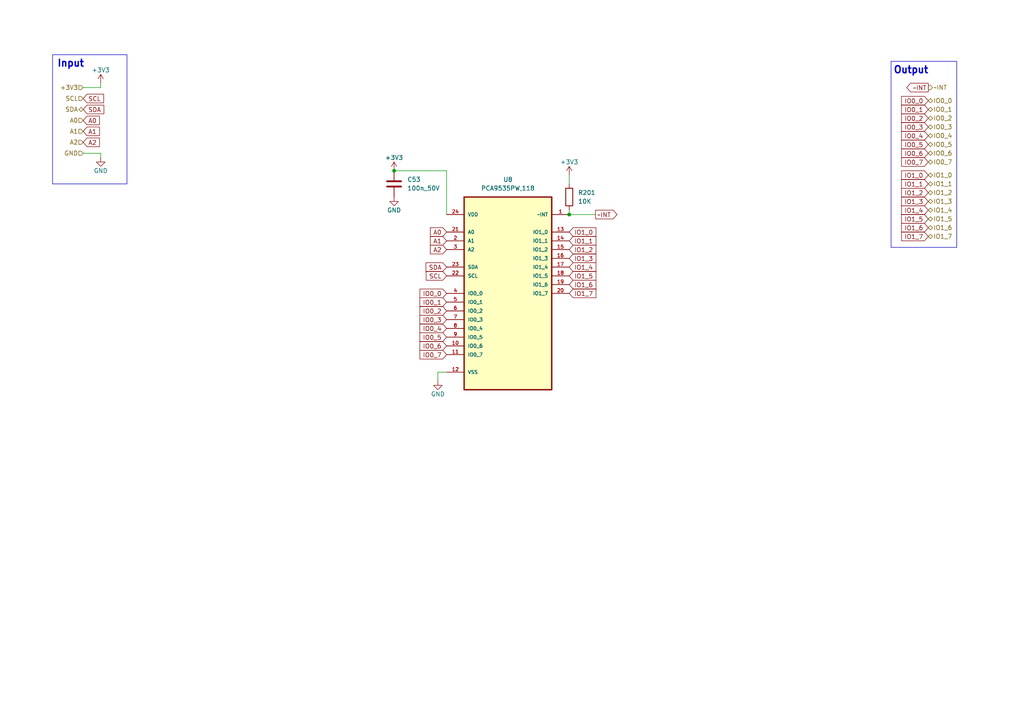
<source format=kicad_sch>
(kicad_sch (version 20231120) (generator "eeschema") (generator_version "8.0")
  (paper "A4")
  (lib_symbols
    (symbol "_C_0402:100n_50V" (pin_numbers hide) (pin_names (offset 0.254))
      (property "Reference" "C" (at 0.635 2.54 0))
      (property "Value" "100n_50V" (at 0.635 -2.54 0))
      (symbol "100n_50V_0_1"
        (polyline (pts (xy -2.032 -0.762) (xy 2.032 -0.762)) (stroke (width 0.508)))
        (polyline (pts (xy -2.032 0.762) (xy 2.032 0.762)) (stroke (width 0.508)))
      )
      (symbol "100n_50V_1_1"
        (pin passive line (at 0 3.81 270) (length 2.794) (name "~") (number "1"))
        (pin passive line (at 0 -3.81 90) (length 2.794) (name "~") (number "2"))
      )
    )
    (symbol "_Interface_Expansion:PCA9535PW,118" (pin_names (offset 1.016))
      (property "Reference" "U" (at -11.938 25.908 0))
      (property "Value" "PCA9535PW,118" (at -7.366 -33.274 0))
      (symbol "PCA9535PW,118_0_0"
        (rectangle (start -12.7 -30.48) (end 12.7 25.4) (stroke (width 0.4064)) (fill (type background)))
        (pin output line (at 17.78 20.32 180) (length 5.08) (name "~INT") (number "1"))
        (pin bidirectional line (at -17.78 -17.78 0) (length 5.08) (name "IO0_6") (number "10"))
        (pin bidirectional line (at -17.78 -20.32 0) (length 5.08) (name "IO0_7") (number "11"))
        (pin passive line (at -17.78 -25.4 0) (length 5.08) (name "VSS") (number "12"))
        (pin bidirectional line (at 17.78 15.24 180) (length 5.08) (name "IO1_0") (number "13"))
        (pin bidirectional line (at 17.78 12.7 180) (length 5.08) (name "IO1_1") (number "14"))
        (pin bidirectional line (at 17.78 10.16 180) (length 5.08) (name "IO1_2") (number "15"))
        (pin bidirectional line (at 17.78 7.62 180) (length 5.08) (name "IO1_3") (number "16"))
        (pin bidirectional line (at 17.78 5.08 180) (length 5.08) (name "IO1_4") (number "17"))
        (pin bidirectional line (at 17.78 2.54 180) (length 5.08) (name "IO1_5") (number "18"))
        (pin bidirectional line (at 17.78 0 180) (length 5.08) (name "IO1_6") (number "19"))
        (pin input line (at -17.78 12.7 0) (length 5.08) (name "A1") (number "2"))
        (pin bidirectional line (at 17.78 -2.54 180) (length 5.08) (name "IO1_7") (number "20"))
        (pin input line (at -17.78 15.24 0) (length 5.08) (name "A0") (number "21"))
        (pin input line (at -17.78 2.54 0) (length 5.08) (name "SCL") (number "22"))
        (pin bidirectional line (at -17.78 5.08 0) (length 5.08) (name "SDA") (number "23"))
        (pin power_in line (at -17.78 20.32 0) (length 5.08) (name "VDD") (number "24"))
        (pin input line (at -17.78 10.16 0) (length 5.08) (name "A2") (number "3"))
        (pin bidirectional line (at -17.78 -2.54 0) (length 5.08) (name "IO0_0") (number "4"))
        (pin bidirectional line (at -17.78 -5.08 0) (length 5.08) (name "IO0_1") (number "5"))
        (pin bidirectional line (at -17.78 -7.62 0) (length 5.08) (name "IO0_2") (number "6"))
        (pin bidirectional line (at -17.78 -10.16 0) (length 5.08) (name "IO0_3") (number "7"))
        (pin bidirectional line (at -17.78 -12.7 0) (length 5.08) (name "IO0_4") (number "8"))
        (pin bidirectional line (at -17.78 -15.24 0) (length 5.08) (name "IO0_5") (number "9"))
      )
    )
    (symbol "_R_0402:10K" (pin_numbers hide) (pin_names (offset 0))
      (property "Reference" "R" (at 2.032 0 90))
      (property "Value" "10K" (at 0 0 90))
      (symbol "10K_0_1"
        (rectangle (start -1.016 -2.54) (end 1.016 2.54) (stroke (width 0.254)))
      )
      (symbol "10K_1_1"
        (pin passive line (at 0 3.81 270) (length 1.27) (name "~") (number "1"))
        (pin passive line (at 0 -3.81 90) (length 1.27) (name "~") (number "2"))
      )
    )
    (symbol "power:+3V3" (power) (pin_names (offset 0))
      (property "Value" "+3V3" (at 0 3.556 0))
      (symbol "+3V3_0_1"
        (polyline (pts (xy -0.762 1.27) (xy 0 2.54)))
        (polyline (pts (xy 0 0) (xy 0 2.54)))
        (polyline (pts (xy 0 2.54) (xy 0.762 1.27)))
      )
      (symbol "+3V3_1_1"
        (pin power_in line (at 0 0 90) (length 0) hide (name "+3V3") (number "1"))
      )
    )
    (symbol "power:GND" (power) (pin_names (offset 0))
      (property "Value" "GND" (at 0 -3.81 0))
      (symbol "GND_0_1"
        (polyline (pts (xy 0 0) (xy 0 -1.27) (xy 1.27 -1.27) (xy 0 -2.54) (xy -1.27 -1.27) (xy 0 -1.27)))
      )
      (symbol "GND_1_1"
        (pin power_in line (at 0 0 270) (length 0) hide (name "GND") (number "1"))
      )
    )
  )
  (junction (at 165.1 62.23))
  (junction (at 114.3 49.53))
  (wire (pts (xy 127 107.95) (xy 129.54 107.95)))
  (wire (pts (xy 29.21 24.13) (xy 29.21 25.4)))
  (wire (pts (xy 24.13 25.4) (xy 29.21 25.4)))
  (wire (pts (xy 24.13 44.45) (xy 29.21 44.45)))
  (wire (pts (xy 165.1 62.23) (xy 165.1 60.96)))
  (wire (pts (xy 29.21 44.45) (xy 29.21 45.72)))
  (wire (pts (xy 165.1 62.23) (xy 172.72 62.23)))
  (wire (pts (xy 165.1 50.8) (xy 165.1 53.34)))
  (wire (pts (xy 129.54 49.53) (xy 114.3 49.53)))
  (wire (pts (xy 127 110.49) (xy 127 107.95)))
  (wire (pts (xy 129.54 62.23) (xy 129.54 49.53)))
  (rectangle (start 15.24 15.875) (end 36.83 53.34))
  (rectangle (start 258.445 17.78) (end 277.495 71.755))
  (text "Output" (at 259.08 21.59 0) (effects (font (size 2 2) (thickness 0.4) (bold yes)) (justify left bottom)))
  (text "Input" (at 16.51 19.685 0) (effects (font (size 2 2) (thickness 0.4) (bold yes)) (justify left bottom)))
  (global_label "A1" (shape input) (at 129.54 69.85 180) (property "Intersheetrefs" "${INTERSHEET_REFS}" (effects (hide yes))))
  (global_label "IO1_7" (shape input) (at 269.24 68.58 180) (property "Intersheetrefs" "${INTERSHEET_REFS}" (effects (hide yes))))
  (global_label "IO0_5" (shape input) (at 269.24 41.91 180) (property "Intersheetrefs" "${INTERSHEET_REFS}" (effects (hide yes))))
  (global_label "IO1_4" (shape input) (at 165.1 77.47 0) (property "Intersheetrefs" "${INTERSHEET_REFS}" (effects (hide yes))))
  (global_label "IO1_2" (shape input) (at 269.24 55.88 180) (property "Intersheetrefs" "${INTERSHEET_REFS}" (effects (hide yes))))
  (global_label "IO0_6" (shape input) (at 269.24 44.45 180) (property "Intersheetrefs" "${INTERSHEET_REFS}" (effects (hide yes))))
  (global_label "SDA" (shape input) (at 129.54 77.47 180) (property "Intersheetrefs" "${INTERSHEET_REFS}" (effects (hide yes))))
  (global_label "SDA" (shape input) (at 24.13 31.75 0) (property "Intersheetrefs" "${INTERSHEET_REFS}" (effects (hide yes))))
  (global_label "IO0_4" (shape input) (at 129.54 95.25 180) (property "Intersheetrefs" "${INTERSHEET_REFS}" (effects (hide yes))))
  (global_label "IO0_1" (shape input) (at 129.54 87.63 180) (property "Intersheetrefs" "${INTERSHEET_REFS}" (effects (hide yes))))
  (global_label "SCL" (shape input) (at 24.13 28.575 0) (property "Intersheetrefs" "${INTERSHEET_REFS}" (effects (hide yes))))
  (global_label "IO1_0" (shape input) (at 165.1 67.31 0) (property "Intersheetrefs" "${INTERSHEET_REFS}" (effects (hide yes))))
  (global_label "IO1_1" (shape input) (at 269.24 53.34 180) (property "Intersheetrefs" "${INTERSHEET_REFS}" (effects (hide yes))))
  (global_label "IO0_0" (shape input) (at 269.24 29.21 180) (property "Intersheetrefs" "${INTERSHEET_REFS}" (effects (hide yes))))
  (global_label "IO1_2" (shape input) (at 165.1 72.39 0) (property "Intersheetrefs" "${INTERSHEET_REFS}" (effects (hide yes))))
  (global_label "IO1_7" (shape input) (at 165.1 85.09 0) (property "Intersheetrefs" "${INTERSHEET_REFS}" (effects (hide yes))))
  (global_label "IO1_6" (shape input) (at 165.1 82.55 0) (property "Intersheetrefs" "${INTERSHEET_REFS}" (effects (hide yes))))
  (global_label "IO0_2" (shape input) (at 129.54 90.17 180) (property "Intersheetrefs" "${INTERSHEET_REFS}" (effects (hide yes))))
  (global_label "~INT" (shape output) (at 269.24 25.4 180) (property "Intersheetrefs" "${INTERSHEET_REFS}" (effects (hide yes))))
  (global_label "IO1_1" (shape input) (at 165.1 69.85 0) (property "Intersheetrefs" "${INTERSHEET_REFS}" (effects (hide yes))))
  (global_label "IO0_4" (shape input) (at 269.24 39.37 180) (property "Intersheetrefs" "${INTERSHEET_REFS}" (effects (hide yes))))
  (global_label "IO0_2" (shape input) (at 269.24 34.29 180) (property "Intersheetrefs" "${INTERSHEET_REFS}" (effects (hide yes))))
  (global_label "IO0_0" (shape input) (at 129.54 85.09 180) (property "Intersheetrefs" "${INTERSHEET_REFS}" (effects (hide yes))))
  (global_label "IO1_0" (shape input) (at 269.24 50.8 180) (property "Intersheetrefs" "${INTERSHEET_REFS}" (effects (hide yes))))
  (global_label "SCL" (shape input) (at 129.54 80.01 180) (property "Intersheetrefs" "${INTERSHEET_REFS}" (effects (hide yes))))
  (global_label "IO0_7" (shape input) (at 269.24 46.99 180) (property "Intersheetrefs" "${INTERSHEET_REFS}" (effects (hide yes))))
  (global_label "IO0_3" (shape input) (at 269.24 36.83 180) (property "Intersheetrefs" "${INTERSHEET_REFS}" (effects (hide yes))))
  (global_label "A0" (shape input) (at 24.13 34.925 0) (property "Intersheetrefs" "${INTERSHEET_REFS}" (effects (hide yes))))
  (global_label "IO1_6" (shape input) (at 269.24 66.04 180) (property "Intersheetrefs" "${INTERSHEET_REFS}" (effects (hide yes))))
  (global_label "IO1_3" (shape input) (at 269.24 58.42 180) (property "Intersheetrefs" "${INTERSHEET_REFS}" (effects (hide yes))))
  (global_label "IO1_3" (shape input) (at 165.1 74.93 0) (property "Intersheetrefs" "${INTERSHEET_REFS}" (effects (hide yes))))
  (global_label "~INT" (shape output) (at 172.72 62.23 0) (property "Intersheetrefs" "${INTERSHEET_REFS}" (effects (hide yes))))
  (global_label "IO0_5" (shape input) (at 129.54 97.79 180) (property "Intersheetrefs" "${INTERSHEET_REFS}" (effects (hide yes))))
  (global_label "A2" (shape input) (at 24.13 41.275 0) (property "Intersheetrefs" "${INTERSHEET_REFS}" (effects (hide yes))))
  (global_label "A0" (shape input) (at 129.54 67.31 180) (property "Intersheetrefs" "${INTERSHEET_REFS}" (effects (hide yes))))
  (global_label "IO1_4" (shape input) (at 269.24 60.96 180) (property "Intersheetrefs" "${INTERSHEET_REFS}" (effects (hide yes))))
  (global_label "IO0_1" (shape input) (at 269.24 31.75 180) (property "Intersheetrefs" "${INTERSHEET_REFS}" (effects (hide yes))))
  (global_label "IO1_5" (shape input) (at 269.24 63.5 180) (property "Intersheetrefs" "${INTERSHEET_REFS}" (effects (hide yes))))
  (global_label "IO0_6" (shape input) (at 129.54 100.33 180) (property "Intersheetrefs" "${INTERSHEET_REFS}" (effects (hide yes))))
  (global_label "IO1_5" (shape input) (at 165.1 80.01 0) (property "Intersheetrefs" "${INTERSHEET_REFS}" (effects (hide yes))))
  (global_label "IO0_7" (shape input) (at 129.54 102.87 180) (property "Intersheetrefs" "${INTERSHEET_REFS}" (effects (hide yes))))
  (global_label "A2" (shape input) (at 129.54 72.39 180) (property "Intersheetrefs" "${INTERSHEET_REFS}" (effects (hide yes))))
  (global_label "A1" (shape input) (at 24.13 38.1 0) (property "Intersheetrefs" "${INTERSHEET_REFS}" (effects (hide yes))))
  (global_label "IO0_3" (shape input) (at 129.54 92.71 180) (property "Intersheetrefs" "${INTERSHEET_REFS}" (effects (hide yes))))
  (hierarchical_label "+3V3" (shape input) (at 24.13 25.4 180))
  (hierarchical_label "IO1_2" (shape bidirectional) (at 269.24 55.88 0))
  (hierarchical_label "A0" (shape input) (at 24.13 34.925 180))
  (hierarchical_label "IO0_2" (shape bidirectional) (at 269.24 34.29 0))
  (hierarchical_label "SDA" (shape bidirectional) (at 24.13 31.75 180))
  (hierarchical_label "IO0_4" (shape bidirectional) (at 269.24 39.37 0))
  (hierarchical_label "IO1_1" (shape bidirectional) (at 269.24 53.34 0))
  (hierarchical_label "IO0_7" (shape bidirectional) (at 269.24 46.99 0))
  (hierarchical_label "IO1_7" (shape bidirectional) (at 269.24 68.58 0))
  (hierarchical_label "A2" (shape input) (at 24.13 41.275 180))
  (hierarchical_label "GND" (shape input) (at 24.13 44.45 180))
  (hierarchical_label "IO1_4" (shape bidirectional) (at 269.24 60.96 0))
  (hierarchical_label "A1" (shape input) (at 24.13 38.1 180))
  (hierarchical_label "IO1_5" (shape bidirectional) (at 269.24 63.5 0))
  (hierarchical_label "IO1_3" (shape bidirectional) (at 269.24 58.42 0))
  (hierarchical_label "SCL" (shape input) (at 24.13 28.575 180))
  (hierarchical_label "IO0_5" (shape bidirectional) (at 269.24 41.91 0))
  (hierarchical_label "IO0_0" (shape bidirectional) (at 269.24 29.21 0))
  (hierarchical_label "~INT" (shape output) (at 269.24 25.4 0))
  (hierarchical_label "IO0_3" (shape bidirectional) (at 269.24 36.83 0))
  (hierarchical_label "IO1_6" (shape bidirectional) (at 269.24 66.04 0))
  (hierarchical_label "IO0_6" (shape bidirectional) (at 269.24 44.45 0))
  (hierarchical_label "IO0_1" (shape bidirectional) (at 269.24 31.75 0))
  (hierarchical_label "IO1_0" (shape bidirectional) (at 269.24 50.8 0))
  (symbol (lib_id "power:+3V3") (at 114.3 49.53 0) (unit 1)
    (property "Reference" "#PWR0218" (effects (hide yes)))
    (property "Value" "+3V3" (at 114.3 45.72 0))
    (instances (project "Partial_Drawer_Controller_v1" (path "" (reference "#PWR0218") (unit 1)) (path "" (reference "#PWR0224") (unit 1)) (path "" (reference "#PWR0230") (unit 1))))
  )
  (symbol (lib_id "power:GND") (at 114.3 57.15 0) (unit 1)
    (property "Reference" "#PWR0219" (effects (hide yes)))
    (property "Value" "GND" (at 114.3 60.96 0))
    (instances (project "Partial_Drawer_Controller_v1" (path "" (reference "#PWR0219") (unit 1)) (path "" (reference "#PWR0225") (unit 1)) (path "" (reference "#PWR0231") (unit 1))))
  )
  (symbol (lib_id "_Interface_Expansion:PCA9535PW,118") (at 147.32 82.55 0) (unit 1)
    (property "Reference" "U8" (at 147.32 52.07 0))
    (property "Value" "PCA9535PW,118" (at 147.32 54.61 0))
    (property "Footprint" "Package_SO:TSSOP-24_4.4x7.8mm_P0.65mm" (effects (hide yes)))
    (property "Datasheet" "https://wmsc.lcsc.com/wmsc/upload/file/pdf/v2/lcsc/2304140030_NXP-Semicon-PCA9535PW-118_C255606.pdf" (effects (hide yes)))
    (property "Description" "16xI/O Expander 400kHz TSSOP-24" (effects (hide yes)))
    (property "MF" "NXP USA" (effects (hide yes)))
    (property "PACKAGE" "TSSOP-24" (effects (hide yes)))
    (property "MPN" "PCA9535PW,118" (effects (hide yes)))
    (property "Price" "None" (effects (hide yes)))
    (property "Package" "TSSOP-24 NXP Semiconductors" (effects (hide yes)))
    (property "OC_FARNELL" "-" (effects (hide yes)))
    (property "MP" "PCA9535PW,118" (effects (hide yes)))
    (property "SUPPLIER" "NXP" (effects (hide yes)))
    (property "OC_NEWARK" "70R6541" (effects (hide yes)))
    (property "MF_1" "NXP Semicon" (effects (hide yes)))
    (property "MPN_1" "PCA9535PW,118" (effects (hide yes)))
    (property "OC_LCSC" "C255606" (effects (hide yes)))
    (instances (project "Partial_Drawer_Controller_v1" (path "" (reference "U8") (unit 1)) (path "" (reference "U9") (unit 1)) (path "" (reference "U10") (unit 1))))
  )
  (symbol (lib_id "_R_0402:10K") (at 165.1 57.15 0) (unit 1)
    (property "Reference" "R201" (at 167.64 55.8799 0) (effects (justify left)))
    (property "Value" "10K" (at 167.64 58.4199 0) (effects (justify left)))
    (property "Footprint" "Resistor_SMD:R_0402_1005Metric" (effects (hide yes)))
    (property "Description" "Resistor 10K 1% 62.5mW 50V 0402" (effects (hide yes)))
    (property "MF" "UNI-ROYAL" (effects (hide yes)))
    (property "MPN" "0402WGF1002TCE" (effects (hide yes)))
    (property "OC_LCSC" "C25744" (effects (hide yes)))
    (instances (project "Partial_Drawer_Controller_v1" (path "" (reference "R201") (unit 1)) (path "" (reference "R202") (unit 1)) (path "" (reference "R203") (unit 1))))
  )
  (symbol (lib_id "_C_0402:100n_50V") (at 114.3 53.34 0) (unit 1)
    (property "Reference" "C53" (at 118.11 52.0699 0) (effects (justify left)))
    (property "Value" "100n_50V" (at 118.11 54.6099 0) (effects (justify left)))
    (property "Footprint" "Capacitor_SMD:C_0402_1005Metric" (effects (hide yes)))
    (property "Datasheet" "https://product.samsungsem.com/mlcc/CL05B104KB54PN.do" (effects (hide yes)))
    (property "Description" "Capacitor 100nF 50V X7R 10% 0402" (effects (hide yes)))
    (property "MF" "Samsung Electro-Mechanics" (effects (hide yes)))
    (property "MPN" "CL05B104KB54PNC" (effects (hide yes)))
    (property "OC_LCSC" "C307331" (effects (hide yes)))
    (instances (project "Partial_Drawer_Controller_v1" (path "" (reference "C53") (unit 1)) (path "" (reference "C54") (unit 1)) (path "" (reference "C55") (unit 1))))
  )
  (symbol (lib_id "power:GND") (at 29.21 45.72 0) (unit 1)
    (property "Reference" "#PWR0217" (effects (hide yes)))
    (property "Value" "GND" (at 29.21 49.53 0))
    (instances (project "Partial_Drawer_Controller_v1" (path "" (reference "#PWR0217") (unit 1)) (path "" (reference "#PWR0223") (unit 1)) (path "" (reference "#PWR0229") (unit 1))))
  )
  (symbol (lib_id "power:+3V3") (at 29.21 24.13 0) (unit 1)
    (property "Reference" "#PWR0216" (effects (hide yes)))
    (property "Value" "+3V3" (at 29.21 20.32 0))
    (instances (project "Partial_Drawer_Controller_v1" (path "" (reference "#PWR0216") (unit 1)) (path "" (reference "#PWR0222") (unit 1)) (path "" (reference "#PWR0228") (unit 1))))
  )
  (symbol (lib_id "power:+3V3") (at 165.1 50.8 0) (unit 1)
    (property "Reference" "#PWR0221" (effects (hide yes)))
    (property "Value" "+3V3" (at 165.1 46.99 0))
    (instances (project "Partial_Drawer_Controller_v1" (path "" (reference "#PWR0221") (unit 1)) (path "" (reference "#PWR0227") (unit 1)) (path "" (reference "#PWR0233") (unit 1))))
  )
  (symbol (lib_id "power:GND") (at 127 110.49 0) (unit 1)
    (property "Reference" "#PWR0220" (effects (hide yes)))
    (property "Value" "GND" (at 127 114.3 0))
    (instances (project "Partial_Drawer_Controller_v1" (path "" (reference "#PWR0220") (unit 1)) (path "" (reference "#PWR0226") (unit 1)) (path "" (reference "#PWR0232") (unit 1))))
  )
)
</source>
